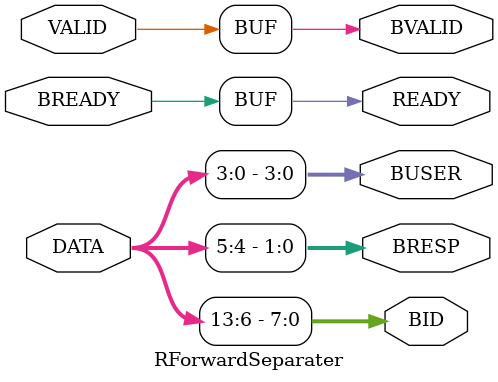
<source format=v>
/* Company:
** Engineer:  mgwang37  mgwang37@126.com
**
** Create Date: 05/13/2023 09:00:52 AM
** Design Name:
** Module Name: RForwardSeparater
** Project Name: AXI4Bus
** Description:
**
** Dependencies:
**
** Revision:
** Revision 0.01 - File Created
** Additional Comments:
*/

`timescale 1ns / 1ps

module RForwardSeparater
(
    input     [13:0] DATA,
    input            VALID,
    output           READY,

    output     [7:0] BID,
    output     [1:0] BRESP,
    output     [3:0] BUSER,
    output           BVALID,
    input            BREADY
);

assign {BID,BRESP,BUSER} = DATA;
assign READY = BREADY;
assign BVALID = VALID;

endmodule

</source>
